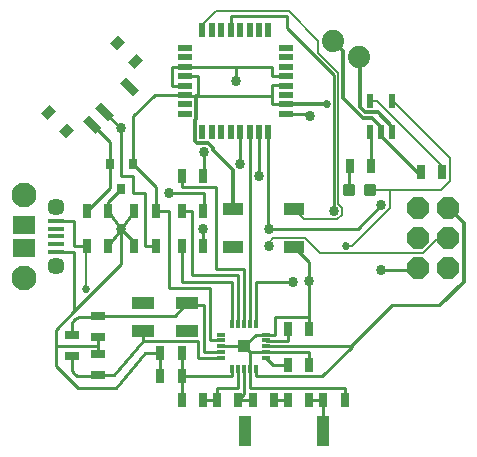
<source format=gtl>
G75*
%MOIN*%
%OFA0B0*%
%FSLAX25Y25*%
%IPPOS*%
%LPD*%
%AMOC8*
5,1,8,0,0,1.08239X$1,22.5*
%
%ADD10R,0.05000X0.02200*%
%ADD11R,0.02200X0.05000*%
%ADD12R,0.03150X0.03543*%
%ADD13R,0.06500X0.03937*%
%ADD14R,0.03150X0.04724*%
%ADD15R,0.04724X0.03150*%
%ADD16C,0.07400*%
%ADD17R,0.02165X0.04724*%
%ADD18C,0.05709*%
%ADD19R,0.05315X0.01575*%
%ADD20R,0.07480X0.05906*%
%ADD21C,0.08268*%
%ADD22R,0.04000X0.10000*%
%ADD23R,0.03937X0.03937*%
%ADD24R,0.02559X0.01181*%
%ADD25R,0.01181X0.02559*%
%ADD26OC8,0.07400*%
%ADD27R,0.03937X0.03150*%
%ADD28R,0.02756X0.05906*%
%ADD29R,0.07480X0.04331*%
%ADD30C,0.01181*%
%ADD31C,0.01000*%
%ADD32C,0.03369*%
%ADD33C,0.01200*%
%ADD34C,0.02700*%
%ADD35C,0.00600*%
%ADD36C,0.00394*%
D10*
X0065608Y0121448D03*
X0065608Y0124597D03*
X0065608Y0127747D03*
X0065608Y0130897D03*
X0065608Y0134046D03*
X0065608Y0137196D03*
X0065608Y0140345D03*
X0065608Y0143495D03*
X0099408Y0143495D03*
X0099408Y0140345D03*
X0099408Y0137196D03*
X0099408Y0134046D03*
X0099408Y0130897D03*
X0099408Y0127747D03*
X0099408Y0124597D03*
X0099408Y0121448D03*
D11*
X0093532Y0115571D03*
X0090382Y0115571D03*
X0087233Y0115571D03*
X0084083Y0115571D03*
X0080933Y0115571D03*
X0077784Y0115571D03*
X0074634Y0115571D03*
X0071485Y0115571D03*
X0071485Y0149371D03*
X0074634Y0149371D03*
X0077784Y0149371D03*
X0080933Y0149371D03*
X0084083Y0149371D03*
X0087233Y0149371D03*
X0090382Y0149371D03*
X0093532Y0149371D03*
D12*
X0048244Y0104840D03*
X0040764Y0104840D03*
X0044504Y0096573D03*
D13*
X0081685Y0089651D03*
X0081685Y0077053D03*
X0101976Y0077053D03*
X0101976Y0089651D03*
D14*
X0120534Y0104199D03*
X0127621Y0104199D03*
X0144359Y0102054D03*
X0151446Y0102054D03*
X0107102Y0049722D03*
X0100016Y0049722D03*
X0100016Y0037911D03*
X0107102Y0037911D03*
X0107102Y0026100D03*
X0111827Y0026100D03*
X0118913Y0026100D03*
X0100016Y0026100D03*
X0095291Y0026100D03*
X0088205Y0026100D03*
X0083480Y0026100D03*
X0076394Y0026100D03*
X0071669Y0026100D03*
X0064583Y0026100D03*
X0064579Y0034026D03*
X0057493Y0034026D03*
X0057484Y0041770D03*
X0064570Y0041770D03*
X0064583Y0077281D03*
X0071669Y0077281D03*
X0071669Y0089092D03*
X0064583Y0089092D03*
X0055921Y0089092D03*
X0048835Y0089092D03*
X0040173Y0089092D03*
X0033087Y0089092D03*
X0033087Y0077281D03*
X0040173Y0077281D03*
X0048835Y0077281D03*
X0055921Y0077281D03*
X0064583Y0100903D03*
X0071669Y0100903D03*
D15*
X0036733Y0054233D03*
X0036733Y0047146D03*
X0036836Y0041361D03*
X0036836Y0034275D03*
X0027998Y0040765D03*
X0027998Y0047852D03*
D16*
X0123681Y0140342D03*
X0115164Y0145582D03*
D17*
X0127378Y0125707D03*
X0134858Y0125707D03*
X0134858Y0115470D03*
X0131118Y0115470D03*
X0127378Y0115470D03*
D18*
X0022591Y0090446D03*
X0022591Y0070761D03*
D19*
X0022591Y0075485D03*
X0022591Y0078044D03*
X0022591Y0080603D03*
X0022591Y0083162D03*
X0022591Y0085722D03*
D20*
X0011961Y0084540D03*
X0011961Y0076666D03*
D21*
X0012002Y0066827D03*
X0011956Y0094398D03*
D22*
X0085839Y0015713D03*
X0111839Y0015713D03*
D23*
X0085316Y0043964D03*
D24*
X0077836Y0043964D03*
X0077836Y0041996D03*
X0077836Y0040027D03*
X0077836Y0045933D03*
X0077836Y0047901D03*
X0092796Y0047901D03*
X0092796Y0045933D03*
X0092796Y0043964D03*
X0092796Y0041996D03*
X0092796Y0040027D03*
D25*
X0089253Y0036484D03*
X0087285Y0036484D03*
X0085316Y0036484D03*
X0083348Y0036484D03*
X0081379Y0036484D03*
X0081379Y0051445D03*
X0083348Y0051445D03*
X0085316Y0051445D03*
X0087285Y0051445D03*
X0089253Y0051445D03*
D26*
X0143280Y0069964D03*
X0143280Y0079964D03*
X0143280Y0089964D03*
X0153280Y0089964D03*
X0153280Y0079964D03*
X0153280Y0069964D03*
D27*
G36*
X0046833Y0138709D02*
X0049615Y0141491D01*
X0051843Y0139263D01*
X0049061Y0136481D01*
X0046833Y0138709D01*
G37*
G36*
X0040708Y0144834D02*
X0043490Y0147616D01*
X0045718Y0145388D01*
X0042936Y0142606D01*
X0040708Y0144834D01*
G37*
G36*
X0017602Y0121728D02*
X0020384Y0124510D01*
X0022612Y0122282D01*
X0019830Y0119500D01*
X0017602Y0121728D01*
G37*
G36*
X0023726Y0115603D02*
X0026508Y0118385D01*
X0028736Y0116157D01*
X0025954Y0113375D01*
X0023726Y0115603D01*
G37*
D28*
G36*
X0031660Y0119081D02*
X0033609Y0121030D01*
X0037784Y0116855D01*
X0035835Y0114906D01*
X0031660Y0119081D01*
G37*
G36*
X0035836Y0123257D02*
X0037785Y0125206D01*
X0041960Y0121031D01*
X0040011Y0119082D01*
X0035836Y0123257D01*
G37*
G36*
X0044188Y0131608D02*
X0046137Y0133557D01*
X0050312Y0129382D01*
X0048363Y0127433D01*
X0044188Y0131608D01*
G37*
D29*
X0051735Y0058247D03*
X0051735Y0049192D03*
X0066302Y0049192D03*
X0066302Y0058247D03*
D30*
X0121793Y0094785D02*
X0121793Y0097541D01*
X0121793Y0094785D02*
X0119037Y0094785D01*
X0119037Y0097541D01*
X0121793Y0097541D01*
X0121793Y0095965D02*
X0119037Y0095965D01*
X0119037Y0097145D02*
X0121793Y0097145D01*
X0128699Y0097541D02*
X0128699Y0094785D01*
X0125943Y0094785D01*
X0125943Y0097541D01*
X0128699Y0097541D01*
X0128699Y0095965D02*
X0125943Y0095965D01*
X0125943Y0097145D02*
X0128699Y0097145D01*
D31*
X0029892Y0030037D02*
X0022639Y0037290D01*
X0022639Y0044093D01*
X0022639Y0049511D01*
X0028756Y0055628D01*
X0028756Y0075313D01*
X0022591Y0075313D01*
X0022591Y0075485D01*
X0028745Y0077281D02*
X0033087Y0077281D01*
X0028745Y0077281D02*
X0028745Y0085736D01*
X0022591Y0085736D01*
X0022591Y0085722D01*
X0033087Y0089092D02*
X0040764Y0096770D01*
X0040764Y0104840D01*
X0040764Y0111926D01*
X0034722Y0117968D01*
X0038898Y0122144D02*
X0044504Y0116538D01*
X0044504Y0100903D01*
X0048441Y0100903D01*
X0048441Y0094998D01*
X0052378Y0094998D01*
X0052378Y0077281D01*
X0055921Y0077281D01*
X0048835Y0077281D02*
X0048835Y0078856D01*
X0044504Y0083187D01*
X0040173Y0077281D01*
X0044504Y0071376D02*
X0044504Y0083187D01*
X0040173Y0089092D01*
X0040173Y0092242D01*
X0044504Y0096573D01*
X0048835Y0089092D02*
X0044504Y0083187D01*
X0044504Y0071376D02*
X0028756Y0055628D01*
X0030724Y0053659D02*
X0036159Y0053659D01*
X0036204Y0053661D01*
X0036249Y0053666D01*
X0036293Y0053675D01*
X0036336Y0053687D01*
X0036379Y0053703D01*
X0036420Y0053722D01*
X0036459Y0053744D01*
X0036496Y0053769D01*
X0036532Y0053797D01*
X0036565Y0053827D01*
X0036595Y0053860D01*
X0036623Y0053896D01*
X0036648Y0053933D01*
X0036670Y0053972D01*
X0036689Y0054013D01*
X0036705Y0054056D01*
X0036717Y0054099D01*
X0036726Y0054143D01*
X0036731Y0054188D01*
X0036733Y0054233D01*
X0062289Y0054233D01*
X0066302Y0058247D01*
X0066302Y0057596D01*
X0072063Y0057596D01*
X0072063Y0041996D01*
X0077836Y0041996D01*
X0077836Y0043964D02*
X0085316Y0043964D01*
X0089253Y0047901D01*
X0092796Y0047901D01*
X0095685Y0047901D01*
X0095685Y0053659D01*
X0107102Y0053659D01*
X0107102Y0065740D01*
X0107068Y0065774D01*
X0107068Y0071961D01*
X0101976Y0077053D01*
X0093717Y0083187D02*
X0123244Y0083187D01*
X0131118Y0091061D01*
X0120415Y0096163D02*
X0120415Y0104080D01*
X0120534Y0104199D01*
X0127621Y0104199D02*
X0127621Y0115227D01*
X0127378Y0115470D01*
X0107496Y0120588D02*
X0106637Y0121448D01*
X0099408Y0121448D01*
X0099408Y0124597D02*
X0094807Y0124597D01*
X0094807Y0127367D01*
X0070151Y0127367D01*
X0070151Y0134046D01*
X0065608Y0134046D01*
X0065608Y0137001D02*
X0061381Y0137001D01*
X0061381Y0130897D01*
X0065608Y0130897D01*
X0065608Y0127747D02*
X0055599Y0127747D01*
X0048441Y0120588D01*
X0048441Y0105037D01*
X0048244Y0104840D01*
X0055921Y0097163D01*
X0055921Y0089092D01*
X0060252Y0089092D01*
X0060252Y0063502D01*
X0074031Y0063502D01*
X0074031Y0045933D01*
X0077836Y0045933D01*
X0077836Y0040027D02*
X0070094Y0040027D01*
X0070094Y0045785D01*
X0051735Y0045785D01*
X0042193Y0034275D01*
X0036836Y0034275D01*
X0036457Y0034275D01*
X0036536Y0033975D02*
X0036570Y0033977D01*
X0036603Y0033983D01*
X0036635Y0033992D01*
X0036666Y0034005D01*
X0036696Y0034021D01*
X0036723Y0034040D01*
X0036748Y0034063D01*
X0036771Y0034088D01*
X0036790Y0034115D01*
X0036806Y0034145D01*
X0036819Y0034176D01*
X0036828Y0034208D01*
X0036834Y0034241D01*
X0036836Y0034275D01*
X0036536Y0033974D02*
X0030724Y0033974D01*
X0030724Y0033975D02*
X0030622Y0033977D01*
X0030520Y0033983D01*
X0030419Y0033992D01*
X0030318Y0034005D01*
X0030217Y0034023D01*
X0030117Y0034043D01*
X0030018Y0034068D01*
X0029920Y0034096D01*
X0029824Y0034128D01*
X0029728Y0034163D01*
X0029634Y0034202D01*
X0029541Y0034245D01*
X0029450Y0034291D01*
X0029361Y0034340D01*
X0029274Y0034393D01*
X0029188Y0034449D01*
X0029105Y0034508D01*
X0029024Y0034570D01*
X0028946Y0034635D01*
X0028870Y0034703D01*
X0028796Y0034773D01*
X0028726Y0034847D01*
X0028658Y0034923D01*
X0028593Y0035001D01*
X0028531Y0035082D01*
X0028472Y0035165D01*
X0028416Y0035251D01*
X0028363Y0035338D01*
X0028314Y0035427D01*
X0028268Y0035518D01*
X0028225Y0035611D01*
X0028186Y0035705D01*
X0028151Y0035801D01*
X0028119Y0035897D01*
X0028091Y0035995D01*
X0028066Y0036094D01*
X0028046Y0036194D01*
X0028028Y0036295D01*
X0028015Y0036396D01*
X0028006Y0036497D01*
X0028000Y0036599D01*
X0027998Y0036701D01*
X0027998Y0040765D01*
X0022639Y0044093D02*
X0036836Y0044093D01*
X0036836Y0041361D01*
X0036836Y0047146D01*
X0036733Y0047146D01*
X0030724Y0053659D02*
X0030622Y0053657D01*
X0030520Y0053651D01*
X0030419Y0053642D01*
X0030318Y0053629D01*
X0030217Y0053611D01*
X0030117Y0053591D01*
X0030018Y0053566D01*
X0029920Y0053538D01*
X0029824Y0053506D01*
X0029728Y0053471D01*
X0029634Y0053432D01*
X0029541Y0053389D01*
X0029450Y0053343D01*
X0029361Y0053294D01*
X0029274Y0053241D01*
X0029188Y0053185D01*
X0029105Y0053126D01*
X0029024Y0053064D01*
X0028946Y0052999D01*
X0028870Y0052931D01*
X0028796Y0052861D01*
X0028726Y0052787D01*
X0028658Y0052711D01*
X0028593Y0052633D01*
X0028531Y0052552D01*
X0028472Y0052469D01*
X0028416Y0052383D01*
X0028363Y0052296D01*
X0028314Y0052207D01*
X0028268Y0052116D01*
X0028225Y0052023D01*
X0028186Y0051929D01*
X0028151Y0051833D01*
X0028119Y0051737D01*
X0028091Y0051639D01*
X0028066Y0051540D01*
X0028046Y0051440D01*
X0028028Y0051339D01*
X0028015Y0051238D01*
X0028006Y0051137D01*
X0028000Y0051035D01*
X0027998Y0050933D01*
X0027998Y0047852D01*
X0029892Y0030037D02*
X0042535Y0030037D01*
X0052378Y0041848D01*
X0057484Y0041770D01*
X0057493Y0034026D01*
X0064579Y0034026D02*
X0064583Y0034026D01*
X0064583Y0026100D01*
X0071669Y0026100D02*
X0076394Y0026100D01*
X0076405Y0026100D01*
X0076405Y0030056D01*
X0083348Y0030056D01*
X0083348Y0036484D01*
X0085316Y0036484D02*
X0085316Y0027936D01*
X0083480Y0026100D01*
X0088205Y0026100D01*
X0087259Y0029940D02*
X0087259Y0036484D01*
X0087285Y0036484D01*
X0087285Y0041996D01*
X0092796Y0041996D01*
X0107102Y0041996D01*
X0107102Y0037911D01*
X0111433Y0033974D02*
X0121276Y0043817D01*
X0121128Y0043964D01*
X0134760Y0057596D01*
X0150803Y0057596D01*
X0142723Y0069407D02*
X0131118Y0069407D01*
X0142723Y0069407D02*
X0143280Y0069964D01*
X0121128Y0043964D02*
X0092796Y0043964D01*
X0092796Y0045868D02*
X0099983Y0045868D01*
X0099983Y0049722D01*
X0100016Y0049722D01*
X0107102Y0049722D02*
X0107102Y0053659D01*
X0101591Y0065470D02*
X0089253Y0065470D01*
X0089253Y0051445D01*
X0087285Y0051445D02*
X0087233Y0051497D01*
X0087233Y0115571D01*
X0090350Y0115571D02*
X0090382Y0115571D01*
X0090350Y0115571D02*
X0090350Y0100763D01*
X0083874Y0104840D02*
X0083874Y0115571D01*
X0084083Y0115571D01*
X0093532Y0115571D02*
X0093532Y0083187D01*
X0093717Y0083187D01*
X0085390Y0069773D02*
X0076000Y0069773D01*
X0076000Y0096966D01*
X0064583Y0096966D01*
X0064583Y0100903D01*
X0071669Y0100903D02*
X0072063Y0101297D01*
X0072063Y0108777D01*
X0072063Y0094998D02*
X0060252Y0094998D01*
X0064583Y0089187D02*
X0064583Y0089092D01*
X0064583Y0089187D02*
X0067994Y0089187D01*
X0067994Y0067616D01*
X0083449Y0067616D01*
X0083449Y0051445D01*
X0083348Y0051445D01*
X0085316Y0051445D02*
X0085390Y0051445D01*
X0085390Y0069773D01*
X0081365Y0065387D02*
X0064616Y0065387D01*
X0064616Y0065891D01*
X0064583Y0065891D01*
X0064583Y0077281D01*
X0071660Y0077281D02*
X0071642Y0083082D01*
X0071669Y0089092D02*
X0072063Y0089486D01*
X0072063Y0094998D01*
X0071660Y0077281D02*
X0071669Y0077281D01*
X0081365Y0065387D02*
X0081365Y0051445D01*
X0081379Y0051445D01*
X0085316Y0043964D02*
X0087285Y0041996D01*
X0092796Y0040027D02*
X0094913Y0037911D01*
X0100016Y0037911D01*
X0092796Y0045868D02*
X0092796Y0045933D01*
X0089253Y0036484D02*
X0089253Y0033974D01*
X0111433Y0033974D01*
X0118913Y0029940D02*
X0087259Y0029940D01*
X0081379Y0033974D02*
X0081379Y0036484D01*
X0081379Y0033974D02*
X0064579Y0034026D01*
X0064570Y0041770D01*
X0051735Y0045785D02*
X0051735Y0049192D01*
X0095291Y0026100D02*
X0100016Y0026100D01*
X0107102Y0026100D02*
X0111827Y0026100D01*
X0111827Y0015726D01*
X0111839Y0015713D01*
X0118913Y0026100D02*
X0118913Y0029940D01*
X0115370Y0089092D02*
X0115370Y0134368D01*
X0099622Y0150116D01*
X0099622Y0154053D01*
X0099561Y0154114D01*
X0080933Y0154114D01*
X0080933Y0154114D01*
X0080933Y0149371D01*
X0082576Y0137145D02*
X0082576Y0132296D01*
X0082576Y0137145D02*
X0094735Y0137145D01*
X0094735Y0134046D01*
X0099408Y0134046D01*
X0099408Y0131106D02*
X0094807Y0131106D01*
X0094807Y0127367D01*
X0099408Y0130897D02*
X0099408Y0131106D01*
X0082576Y0137145D02*
X0065659Y0137145D01*
X0065608Y0137196D01*
X0065608Y0137001D01*
X0065608Y0127747D02*
X0065608Y0127367D01*
X0069379Y0127367D01*
X0070151Y0127367D01*
D32*
X0082576Y0132296D03*
X0072063Y0108777D03*
X0083874Y0104840D03*
X0090350Y0100763D03*
X0093717Y0083187D03*
X0093717Y0077281D03*
X0101591Y0065470D03*
X0107068Y0065774D03*
X0115370Y0089092D03*
X0131118Y0091061D03*
X0131118Y0069407D03*
X0107496Y0120588D03*
X0071642Y0083082D03*
X0060252Y0094998D03*
X0044504Y0083187D03*
X0044504Y0116651D03*
D33*
X0044479Y0116634D01*
X0044504Y0116538D01*
X0069079Y0119334D02*
X0069079Y0112434D01*
X0069679Y0111834D01*
X0073279Y0111834D01*
X0075079Y0110034D01*
X0075079Y0109434D01*
X0081679Y0102834D01*
X0081679Y0089934D01*
X0081685Y0089651D01*
X0069079Y0119334D02*
X0069379Y0119634D01*
X0069379Y0127367D01*
X0099408Y0124597D02*
X0099679Y0124734D01*
X0112879Y0124734D01*
X0118279Y0126834D02*
X0118279Y0142434D01*
X0115279Y0145434D01*
X0115164Y0145582D01*
X0123681Y0140342D02*
X0123979Y0140334D01*
X0123979Y0123834D01*
X0125779Y0122034D01*
X0129979Y0122034D01*
X0134779Y0117234D01*
X0134779Y0115734D01*
X0134858Y0115470D01*
X0131179Y0115434D02*
X0131118Y0115470D01*
X0131179Y0116034D01*
X0131179Y0116934D01*
X0127879Y0120234D01*
X0124879Y0120234D01*
X0118279Y0126834D01*
X0131179Y0115434D02*
X0131179Y0113934D01*
X0142879Y0102234D01*
X0144079Y0102234D01*
X0144359Y0102054D01*
X0153280Y0089964D02*
X0154740Y0089092D01*
X0158677Y0085155D01*
X0158677Y0065470D01*
X0150803Y0057596D01*
D34*
X0119479Y0077334D03*
X0112879Y0124734D03*
X0032779Y0063234D03*
D35*
X0032779Y0077034D01*
X0033087Y0077281D01*
X0093679Y0078534D02*
X0093717Y0077281D01*
X0093679Y0078534D02*
X0095179Y0080034D01*
X0105679Y0080034D01*
X0110779Y0074934D01*
X0144979Y0074934D01*
X0149779Y0079734D01*
X0153079Y0079734D01*
X0153280Y0079964D01*
X0150979Y0096234D02*
X0153979Y0099234D01*
X0153979Y0106734D01*
X0135079Y0125634D01*
X0134858Y0125707D01*
X0129679Y0125634D02*
X0127579Y0125634D01*
X0127378Y0125707D01*
X0129679Y0125634D02*
X0151279Y0104034D01*
X0151279Y0102234D01*
X0151446Y0102054D01*
X0150979Y0096234D02*
X0133879Y0096234D01*
X0133879Y0089934D01*
X0121279Y0077334D01*
X0119479Y0077334D01*
X0116479Y0086334D02*
X0105379Y0086334D01*
X0102079Y0089634D01*
X0101976Y0089651D01*
X0116479Y0086334D02*
X0117979Y0087834D01*
X0117979Y0090234D01*
X0116779Y0091434D01*
X0116779Y0135234D01*
X0110179Y0141834D01*
X0110179Y0145734D01*
X0100279Y0155634D01*
X0075979Y0155634D01*
X0071779Y0151434D01*
X0071779Y0149634D01*
X0071485Y0149371D01*
X0127321Y0096163D02*
X0127579Y0096234D01*
X0133879Y0096234D01*
D36*
X0093717Y0078390D02*
X0093717Y0077281D01*
M02*

</source>
